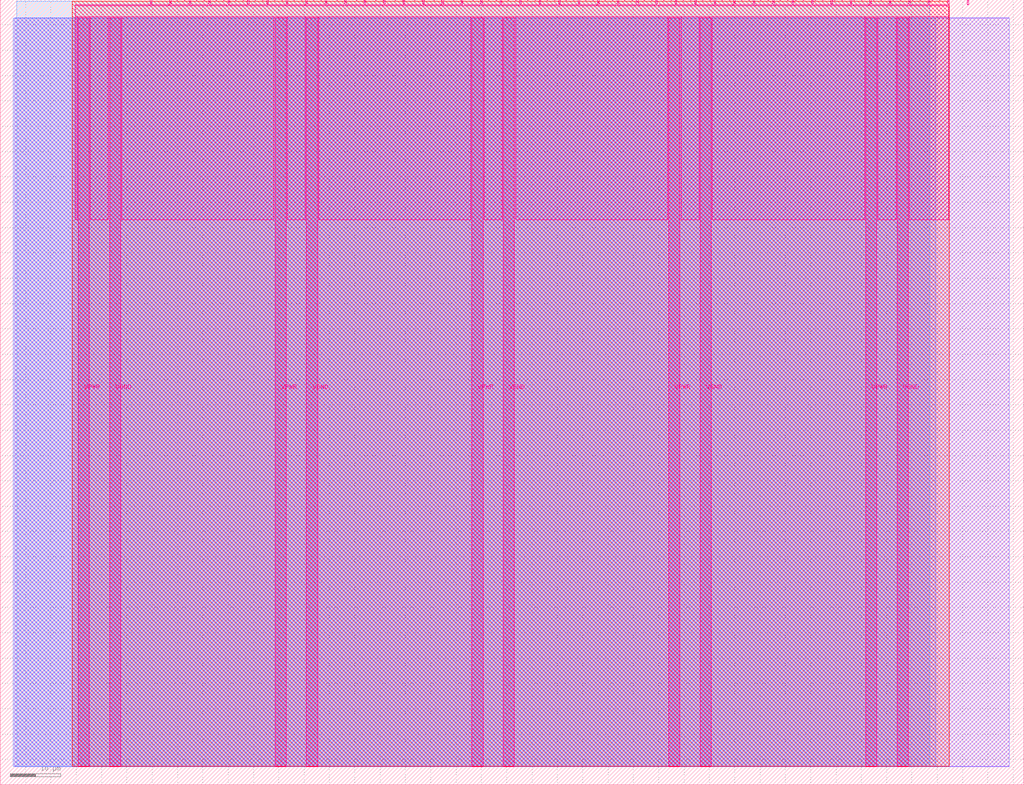
<source format=lef>
VERSION 5.7 ;
  NOWIREEXTENSIONATPIN ON ;
  DIVIDERCHAR "/" ;
  BUSBITCHARS "[]" ;
MACRO tt_um_jun1okamura_test0
  CLASS BLOCK ;
  FOREIGN tt_um_jun1okamura_test0 ;
  ORIGIN 0.000 0.000 ;
  SIZE 202.080 BY 154.980 ;
  PIN VGND
    DIRECTION INOUT ;
    USE GROUND ;
    PORT
      LAYER Metal5 ;
        RECT 21.580 3.560 23.780 151.420 ;
    END
    PORT
      LAYER Metal5 ;
        RECT 60.450 3.560 62.650 151.420 ;
    END
    PORT
      LAYER Metal5 ;
        RECT 99.320 3.560 101.520 151.420 ;
    END
    PORT
      LAYER Metal5 ;
        RECT 138.190 3.560 140.390 151.420 ;
    END
    PORT
      LAYER Metal5 ;
        RECT 177.060 3.560 179.260 151.420 ;
    END
  END VGND
  PIN VPWR
    DIRECTION INOUT ;
    USE POWER ;
    PORT
      LAYER Metal5 ;
        RECT 15.380 3.560 17.580 151.420 ;
    END
    PORT
      LAYER Metal5 ;
        RECT 54.250 3.560 56.450 151.420 ;
    END
    PORT
      LAYER Metal5 ;
        RECT 93.120 3.560 95.320 151.420 ;
    END
    PORT
      LAYER Metal5 ;
        RECT 131.990 3.560 134.190 151.420 ;
    END
    PORT
      LAYER Metal5 ;
        RECT 170.860 3.560 173.060 151.420 ;
    END
  END VPWR
  PIN clk
    DIRECTION INPUT ;
    USE SIGNAL ;
    ANTENNAGATEAREA 0.213200 ;
    PORT
      LAYER Metal5 ;
        RECT 187.050 153.980 187.350 154.980 ;
    END
  END clk
  PIN ena
    DIRECTION INPUT ;
    USE SIGNAL ;
    PORT
      LAYER Metal5 ;
        RECT 190.890 153.980 191.190 154.980 ;
    END
  END ena
  PIN rst_n
    DIRECTION INPUT ;
    USE SIGNAL ;
    ANTENNAGATEAREA 0.213200 ;
    PORT
      LAYER Metal5 ;
        RECT 183.210 153.980 183.510 154.980 ;
    END
  END rst_n
  PIN ui_in[0]
    DIRECTION INPUT ;
    USE SIGNAL ;
    ANTENNAGATEAREA 0.213200 ;
    PORT
      LAYER Metal5 ;
        RECT 179.370 153.980 179.670 154.980 ;
    END
  END ui_in[0]
  PIN ui_in[1]
    DIRECTION INPUT ;
    USE SIGNAL ;
    ANTENNAGATEAREA 0.213200 ;
    PORT
      LAYER Metal5 ;
        RECT 175.530 153.980 175.830 154.980 ;
    END
  END ui_in[1]
  PIN ui_in[2]
    DIRECTION INPUT ;
    USE SIGNAL ;
    PORT
      LAYER Metal5 ;
        RECT 171.690 153.980 171.990 154.980 ;
    END
  END ui_in[2]
  PIN ui_in[3]
    DIRECTION INPUT ;
    USE SIGNAL ;
    PORT
      LAYER Metal5 ;
        RECT 167.850 153.980 168.150 154.980 ;
    END
  END ui_in[3]
  PIN ui_in[4]
    DIRECTION INPUT ;
    USE SIGNAL ;
    PORT
      LAYER Metal5 ;
        RECT 164.010 153.980 164.310 154.980 ;
    END
  END ui_in[4]
  PIN ui_in[5]
    DIRECTION INPUT ;
    USE SIGNAL ;
    PORT
      LAYER Metal5 ;
        RECT 160.170 153.980 160.470 154.980 ;
    END
  END ui_in[5]
  PIN ui_in[6]
    DIRECTION INPUT ;
    USE SIGNAL ;
    PORT
      LAYER Metal5 ;
        RECT 156.330 153.980 156.630 154.980 ;
    END
  END ui_in[6]
  PIN ui_in[7]
    DIRECTION INPUT ;
    USE SIGNAL ;
    PORT
      LAYER Metal5 ;
        RECT 152.490 153.980 152.790 154.980 ;
    END
  END ui_in[7]
  PIN uio_in[0]
    DIRECTION INPUT ;
    USE SIGNAL ;
    PORT
      LAYER Metal5 ;
        RECT 148.650 153.980 148.950 154.980 ;
    END
  END uio_in[0]
  PIN uio_in[1]
    DIRECTION INPUT ;
    USE SIGNAL ;
    PORT
      LAYER Metal5 ;
        RECT 144.810 153.980 145.110 154.980 ;
    END
  END uio_in[1]
  PIN uio_in[2]
    DIRECTION INPUT ;
    USE SIGNAL ;
    PORT
      LAYER Metal5 ;
        RECT 140.970 153.980 141.270 154.980 ;
    END
  END uio_in[2]
  PIN uio_in[3]
    DIRECTION INPUT ;
    USE SIGNAL ;
    PORT
      LAYER Metal5 ;
        RECT 137.130 153.980 137.430 154.980 ;
    END
  END uio_in[3]
  PIN uio_in[4]
    DIRECTION INPUT ;
    USE SIGNAL ;
    PORT
      LAYER Metal5 ;
        RECT 133.290 153.980 133.590 154.980 ;
    END
  END uio_in[4]
  PIN uio_in[5]
    DIRECTION INPUT ;
    USE SIGNAL ;
    PORT
      LAYER Metal5 ;
        RECT 129.450 153.980 129.750 154.980 ;
    END
  END uio_in[5]
  PIN uio_in[6]
    DIRECTION INPUT ;
    USE SIGNAL ;
    PORT
      LAYER Metal5 ;
        RECT 125.610 153.980 125.910 154.980 ;
    END
  END uio_in[6]
  PIN uio_in[7]
    DIRECTION INPUT ;
    USE SIGNAL ;
    PORT
      LAYER Metal5 ;
        RECT 121.770 153.980 122.070 154.980 ;
    END
  END uio_in[7]
  PIN uio_oe[0]
    DIRECTION OUTPUT ;
    USE SIGNAL ;
    ANTENNADIFFAREA 0.392700 ;
    PORT
      LAYER Metal5 ;
        RECT 56.490 153.980 56.790 154.980 ;
    END
  END uio_oe[0]
  PIN uio_oe[1]
    DIRECTION OUTPUT ;
    USE SIGNAL ;
    ANTENNADIFFAREA 0.392700 ;
    PORT
      LAYER Metal5 ;
        RECT 52.650 153.980 52.950 154.980 ;
    END
  END uio_oe[1]
  PIN uio_oe[2]
    DIRECTION OUTPUT ;
    USE SIGNAL ;
    ANTENNADIFFAREA 0.392700 ;
    PORT
      LAYER Metal5 ;
        RECT 48.810 153.980 49.110 154.980 ;
    END
  END uio_oe[2]
  PIN uio_oe[3]
    DIRECTION OUTPUT ;
    USE SIGNAL ;
    ANTENNADIFFAREA 0.392700 ;
    PORT
      LAYER Metal5 ;
        RECT 44.970 153.980 45.270 154.980 ;
    END
  END uio_oe[3]
  PIN uio_oe[4]
    DIRECTION OUTPUT ;
    USE SIGNAL ;
    ANTENNADIFFAREA 0.392700 ;
    PORT
      LAYER Metal5 ;
        RECT 41.130 153.980 41.430 154.980 ;
    END
  END uio_oe[4]
  PIN uio_oe[5]
    DIRECTION OUTPUT ;
    USE SIGNAL ;
    ANTENNADIFFAREA 0.392700 ;
    PORT
      LAYER Metal5 ;
        RECT 37.290 153.980 37.590 154.980 ;
    END
  END uio_oe[5]
  PIN uio_oe[6]
    DIRECTION OUTPUT ;
    USE SIGNAL ;
    ANTENNADIFFAREA 0.392700 ;
    PORT
      LAYER Metal5 ;
        RECT 33.450 153.980 33.750 154.980 ;
    END
  END uio_oe[6]
  PIN uio_oe[7]
    DIRECTION OUTPUT ;
    USE SIGNAL ;
    ANTENNADIFFAREA 0.392700 ;
    PORT
      LAYER Metal5 ;
        RECT 29.610 153.980 29.910 154.980 ;
    END
  END uio_oe[7]
  PIN uio_out[0]
    DIRECTION OUTPUT ;
    USE SIGNAL ;
    ANTENNAGATEAREA 0.192400 ;
    ANTENNADIFFAREA 1.023000 ;
    PORT
      LAYER Metal5 ;
        RECT 87.210 153.980 87.510 154.980 ;
    END
  END uio_out[0]
  PIN uio_out[1]
    DIRECTION OUTPUT ;
    USE SIGNAL ;
    ANTENNAGATEAREA 0.241800 ;
    ANTENNADIFFAREA 1.008100 ;
    PORT
      LAYER Metal5 ;
        RECT 83.370 153.980 83.670 154.980 ;
    END
  END uio_out[1]
  PIN uio_out[2]
    DIRECTION OUTPUT ;
    USE SIGNAL ;
    ANTENNAGATEAREA 0.478400 ;
    ANTENNADIFFAREA 1.023000 ;
    PORT
      LAYER Metal5 ;
        RECT 79.530 153.980 79.830 154.980 ;
    END
  END uio_out[2]
  PIN uio_out[3]
    DIRECTION OUTPUT ;
    USE SIGNAL ;
    ANTENNAGATEAREA 0.459700 ;
    ANTENNADIFFAREA 1.023000 ;
    PORT
      LAYER Metal5 ;
        RECT 75.690 153.980 75.990 154.980 ;
    END
  END uio_out[3]
  PIN uio_out[4]
    DIRECTION OUTPUT ;
    USE SIGNAL ;
    ANTENNAGATEAREA 0.459700 ;
    ANTENNADIFFAREA 1.023000 ;
    PORT
      LAYER Metal5 ;
        RECT 71.850 153.980 72.150 154.980 ;
    END
  END uio_out[4]
  PIN uio_out[5]
    DIRECTION OUTPUT ;
    USE SIGNAL ;
    ANTENNAGATEAREA 0.722300 ;
    ANTENNADIFFAREA 1.023000 ;
    PORT
      LAYER Metal5 ;
        RECT 68.010 153.980 68.310 154.980 ;
    END
  END uio_out[5]
  PIN uio_out[6]
    DIRECTION OUTPUT ;
    USE SIGNAL ;
    ANTENNAGATEAREA 0.455000 ;
    ANTENNADIFFAREA 1.023000 ;
    PORT
      LAYER Metal5 ;
        RECT 64.170 153.980 64.470 154.980 ;
    END
  END uio_out[6]
  PIN uio_out[7]
    DIRECTION OUTPUT ;
    USE SIGNAL ;
    ANTENNAGATEAREA 0.434200 ;
    ANTENNADIFFAREA 1.023000 ;
    PORT
      LAYER Metal5 ;
        RECT 60.330 153.980 60.630 154.980 ;
    END
  END uio_out[7]
  PIN uo_out[0]
    DIRECTION OUTPUT ;
    USE SIGNAL ;
    ANTENNADIFFAREA 0.662000 ;
    PORT
      LAYER Metal5 ;
        RECT 117.930 153.980 118.230 154.980 ;
    END
  END uo_out[0]
  PIN uo_out[1]
    DIRECTION OUTPUT ;
    USE SIGNAL ;
    ANTENNADIFFAREA 0.677200 ;
    PORT
      LAYER Metal5 ;
        RECT 114.090 153.980 114.390 154.980 ;
    END
  END uo_out[1]
  PIN uo_out[2]
    DIRECTION OUTPUT ;
    USE SIGNAL ;
    ANTENNADIFFAREA 1.135600 ;
    PORT
      LAYER Metal5 ;
        RECT 110.250 153.980 110.550 154.980 ;
    END
  END uo_out[2]
  PIN uo_out[3]
    DIRECTION OUTPUT ;
    USE SIGNAL ;
    ANTENNADIFFAREA 0.958400 ;
    PORT
      LAYER Metal5 ;
        RECT 106.410 153.980 106.710 154.980 ;
    END
  END uo_out[3]
  PIN uo_out[4]
    DIRECTION OUTPUT ;
    USE SIGNAL ;
    ANTENNADIFFAREA 0.662000 ;
    PORT
      LAYER Metal5 ;
        RECT 102.570 153.980 102.870 154.980 ;
    END
  END uo_out[4]
  PIN uo_out[5]
    DIRECTION OUTPUT ;
    USE SIGNAL ;
    ANTENNADIFFAREA 0.662000 ;
    PORT
      LAYER Metal5 ;
        RECT 98.730 153.980 99.030 154.980 ;
    END
  END uo_out[5]
  PIN uo_out[6]
    DIRECTION OUTPUT ;
    USE SIGNAL ;
    ANTENNADIFFAREA 0.677200 ;
    PORT
      LAYER Metal5 ;
        RECT 94.890 153.980 95.190 154.980 ;
    END
  END uo_out[6]
  PIN uo_out[7]
    DIRECTION OUTPUT ;
    USE SIGNAL ;
    ANTENNADIFFAREA 0.299200 ;
    PORT
      LAYER Metal5 ;
        RECT 91.050 153.980 91.350 154.980 ;
    END
  END uo_out[7]
  OBS
      LAYER GatPoly ;
        RECT 2.880 3.630 199.200 151.350 ;
      LAYER Metal1 ;
        RECT 2.880 3.560 199.200 151.420 ;
      LAYER Metal2 ;
        RECT 2.605 3.680 184.705 151.300 ;
      LAYER Metal3 ;
        RECT 3.260 3.635 183.460 154.705 ;
      LAYER Metal4 ;
        RECT 14.255 3.680 187.345 154.660 ;
      LAYER Metal5 ;
        RECT 14.780 153.770 29.400 153.980 ;
        RECT 30.120 153.770 33.240 153.980 ;
        RECT 33.960 153.770 37.080 153.980 ;
        RECT 37.800 153.770 40.920 153.980 ;
        RECT 41.640 153.770 44.760 153.980 ;
        RECT 45.480 153.770 48.600 153.980 ;
        RECT 49.320 153.770 52.440 153.980 ;
        RECT 53.160 153.770 56.280 153.980 ;
        RECT 57.000 153.770 60.120 153.980 ;
        RECT 60.840 153.770 63.960 153.980 ;
        RECT 64.680 153.770 67.800 153.980 ;
        RECT 68.520 153.770 71.640 153.980 ;
        RECT 72.360 153.770 75.480 153.980 ;
        RECT 76.200 153.770 79.320 153.980 ;
        RECT 80.040 153.770 83.160 153.980 ;
        RECT 83.880 153.770 87.000 153.980 ;
        RECT 87.720 153.770 90.840 153.980 ;
        RECT 91.560 153.770 94.680 153.980 ;
        RECT 95.400 153.770 98.520 153.980 ;
        RECT 99.240 153.770 102.360 153.980 ;
        RECT 103.080 153.770 106.200 153.980 ;
        RECT 106.920 153.770 110.040 153.980 ;
        RECT 110.760 153.770 113.880 153.980 ;
        RECT 114.600 153.770 117.720 153.980 ;
        RECT 118.440 153.770 121.560 153.980 ;
        RECT 122.280 153.770 125.400 153.980 ;
        RECT 126.120 153.770 129.240 153.980 ;
        RECT 129.960 153.770 133.080 153.980 ;
        RECT 133.800 153.770 136.920 153.980 ;
        RECT 137.640 153.770 140.760 153.980 ;
        RECT 141.480 153.770 144.600 153.980 ;
        RECT 145.320 153.770 148.440 153.980 ;
        RECT 149.160 153.770 152.280 153.980 ;
        RECT 153.000 153.770 156.120 153.980 ;
        RECT 156.840 153.770 159.960 153.980 ;
        RECT 160.680 153.770 163.800 153.980 ;
        RECT 164.520 153.770 167.640 153.980 ;
        RECT 168.360 153.770 171.480 153.980 ;
        RECT 172.200 153.770 175.320 153.980 ;
        RECT 176.040 153.770 179.160 153.980 ;
        RECT 179.880 153.770 183.000 153.980 ;
        RECT 183.720 153.770 186.840 153.980 ;
        RECT 14.780 151.630 187.300 153.770 ;
        RECT 14.780 111.575 15.170 151.630 ;
        RECT 17.790 111.575 21.370 151.630 ;
        RECT 23.990 111.575 54.040 151.630 ;
        RECT 56.660 111.575 60.240 151.630 ;
        RECT 62.860 111.575 92.910 151.630 ;
        RECT 95.530 111.575 99.110 151.630 ;
        RECT 101.730 111.575 131.780 151.630 ;
        RECT 134.400 111.575 137.980 151.630 ;
        RECT 140.600 111.575 170.650 151.630 ;
        RECT 173.270 111.575 176.850 151.630 ;
        RECT 179.470 111.575 187.300 151.630 ;
  END
END tt_um_jun1okamura_test0
END LIBRARY


</source>
